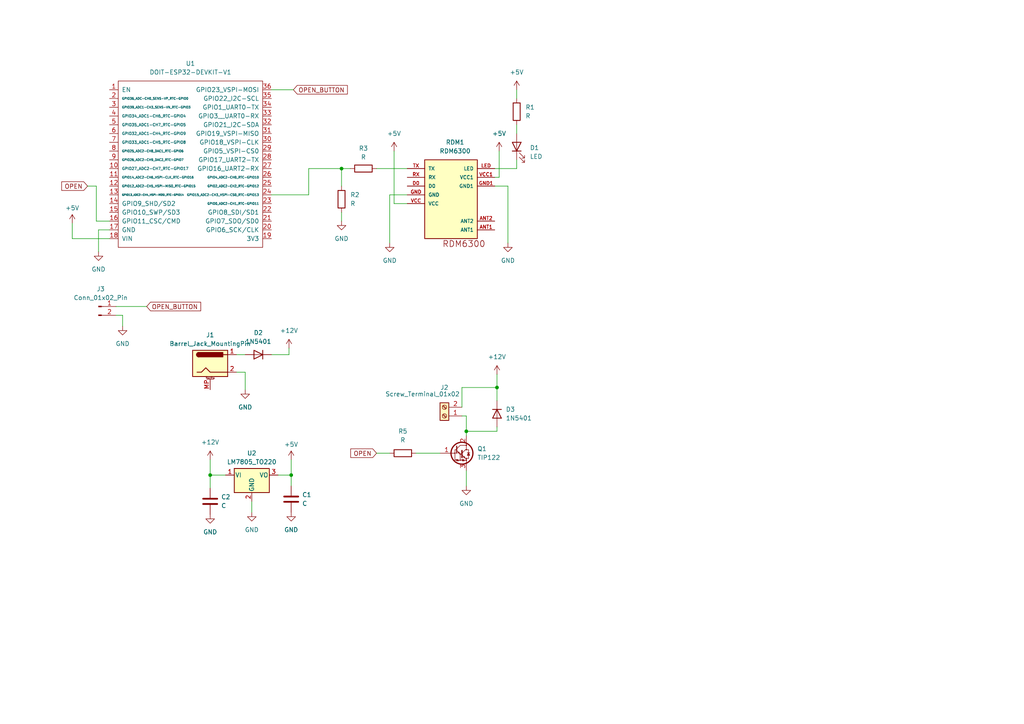
<source format=kicad_sch>
(kicad_sch (version 20230121) (generator eeschema)
  (paper "A4")
  (lib_symbols
    (symbol "Connector:Barrel_Jack_MountingPin" (pin_names hide)
      (property "Reference" "J" (at 0 5.334 0))
      (property "Value" "Barrel_Jack_MountingPin" (at 1.27 -6.35 0))
      (symbol "Barrel_Jack_MountingPin_0_1"
        (rectangle (start -5.08 3.81) (end 5.08 -3.81) (stroke (width 0.254)) (fill (type background)))
        (arc (start -3.302 3.175) (mid -3.9343 2.54) (end -3.302 1.905) (stroke (width 0.254)))
        (arc (start -3.302 3.175) (mid -3.9343 2.54) (end -3.302 1.905) (stroke (width 0.254)) (fill (type outline)))
        (polyline (pts (xy 5.08 2.54) (xy 3.81 2.54)) (stroke (width 0.254)))
        (polyline (pts (xy -3.81 -2.54) (xy -2.54 -2.54) (xy -1.27 -1.27) (xy 0 -2.54) (xy 2.54 -2.54) (xy 5.08 -2.54)) (stroke (width 0.254)))
        (rectangle (start 3.683 3.175) (end -3.302 1.905) (stroke (width 0.254)) (fill (type outline)))
      )
      (symbol "Barrel_Jack_MountingPin_1_1"
        (polyline (pts (xy -1.016 -4.572) (xy 1.016 -4.572)) (stroke (width 0.1524)))
        (text "Mounting" (at 0 -4.191 0) (effects (font (size 0.381 0.381))))
        (pin passive line (at 7.62 2.54 180) (length 2.54) (name "~") (number "1"))
        (pin passive line (at 7.62 -2.54 180) (length 2.54) (name "~") (number "2"))
        (pin passive line (at 0 -7.62 90) (length 3.048) (name "MountPin") (number "MP"))
      )
    )
    (symbol "Connector:Conn_01x02_Pin" (pin_names (offset 1.016) hide)
      (property "Reference" "J" (at 0 2.54 0))
      (property "Value" "Conn_01x02_Pin" (at 0 -5.08 0))
      (symbol "Conn_01x02_Pin_1_1"
        (polyline (pts (xy 1.27 -2.54) (xy 0.8636 -2.54)) (stroke (width 0.1524)))
        (polyline (pts (xy 1.27 0) (xy 0.8636 0)) (stroke (width 0.1524)))
        (rectangle (start 0.8636 -2.413) (end 0 -2.667) (stroke (width 0.1524)) (fill (type outline)))
        (rectangle (start 0.8636 0.127) (end 0 -0.127) (stroke (width 0.1524)) (fill (type outline)))
        (pin passive line (at 5.08 0 180) (length 3.81) (name "Pin_1") (number "1"))
        (pin passive line (at 5.08 -2.54 180) (length 3.81) (name "Pin_2") (number "2"))
      )
    )
    (symbol "Connector:Screw_Terminal_01x02" (pin_names (offset 1.016) hide)
      (property "Reference" "J" (at 0 2.54 0))
      (property "Value" "Screw_Terminal_01x02" (at 0 -5.08 0))
      (symbol "Screw_Terminal_01x02_1_1"
        (rectangle (start -1.27 1.27) (end 1.27 -3.81) (stroke (width 0.254)) (fill (type background)))
        (circle (center 0 -2.54) (radius 0.635) (stroke (width 0.1524)))
        (polyline (pts (xy -0.5334 -2.2098) (xy 0.3302 -3.048)) (stroke (width 0.1524)))
        (polyline (pts (xy -0.5334 0.3302) (xy 0.3302 -0.508)) (stroke (width 0.1524)))
        (polyline (pts (xy -0.3556 -2.032) (xy 0.508 -2.8702)) (stroke (width 0.1524)))
        (polyline (pts (xy -0.3556 0.508) (xy 0.508 -0.3302)) (stroke (width 0.1524)))
        (circle (center 0 0) (radius 0.635) (stroke (width 0.1524)))
        (pin passive line (at -5.08 0 0) (length 3.81) (name "Pin_1") (number "1"))
        (pin passive line (at -5.08 -2.54 0) (length 3.81) (name "Pin_2") (number "2"))
      )
    )
    (symbol "Device:C" (pin_numbers hide) (pin_names (offset 0.254))
      (property "Reference" "C" (at 0.635 2.54 0))
      (property "Value" "C" (at 0.635 -2.54 0))
      (symbol "C_0_1"
        (polyline (pts (xy -2.032 -0.762) (xy 2.032 -0.762)) (stroke (width 0.508)))
        (polyline (pts (xy -2.032 0.762) (xy 2.032 0.762)) (stroke (width 0.508)))
      )
      (symbol "C_1_1"
        (pin passive line (at 0 3.81 270) (length 2.794) (name "~") (number "1"))
        (pin passive line (at 0 -3.81 90) (length 2.794) (name "~") (number "2"))
      )
    )
    (symbol "Device:LED" (pin_numbers hide) (pin_names (offset 1.016) hide)
      (property "Reference" "D" (at 0 2.54 0))
      (property "Value" "LED" (at 0 -2.54 0))
      (symbol "LED_0_1"
        (polyline (pts (xy -1.27 -1.27) (xy -1.27 1.27)) (stroke (width 0.254)))
        (polyline (pts (xy -1.27 0) (xy 1.27 0)))
        (polyline (pts (xy 1.27 -1.27) (xy 1.27 1.27) (xy -1.27 0) (xy 1.27 -1.27)) (stroke (width 0.254)))
        (polyline (pts (xy -3.048 -0.762) (xy -4.572 -2.286) (xy -3.81 -2.286) (xy -4.572 -2.286) (xy -4.572 -1.524)))
        (polyline (pts (xy -1.778 -0.762) (xy -3.302 -2.286) (xy -2.54 -2.286) (xy -3.302 -2.286) (xy -3.302 -1.524)))
      )
      (symbol "LED_1_1"
        (pin passive line (at -3.81 0 0) (length 2.54) (name "K") (number "1"))
        (pin passive line (at 3.81 0 180) (length 2.54) (name "A") (number "2"))
      )
    )
    (symbol "Device:R" (pin_numbers hide) (pin_names (offset 0))
      (property "Reference" "R" (at 2.032 0 90))
      (property "Value" "R" (at 0 0 90))
      (symbol "R_0_1"
        (rectangle (start -1.016 -2.54) (end 1.016 2.54) (stroke (width 0.254)))
      )
      (symbol "R_1_1"
        (pin passive line (at 0 3.81 270) (length 1.27) (name "~") (number "1"))
        (pin passive line (at 0 -3.81 90) (length 1.27) (name "~") (number "2"))
      )
    )
    (symbol "Diode:1N5401" (pin_numbers hide) (pin_names hide)
      (property "Reference" "D" (at 0 2.54 0))
      (property "Value" "1N5401" (at 0 -2.54 0))
      (symbol "1N5401_0_1"
        (polyline (pts (xy -1.27 1.27) (xy -1.27 -1.27)) (stroke (width 0.254)))
        (polyline (pts (xy 1.27 0) (xy -1.27 0)))
        (polyline (pts (xy 1.27 1.27) (xy 1.27 -1.27) (xy -1.27 0) (xy 1.27 1.27)) (stroke (width 0.254)))
      )
      (symbol "1N5401_1_1"
        (pin passive line (at -3.81 0 0) (length 2.54) (name "K") (number "1"))
        (pin passive line (at 3.81 0 180) (length 2.54) (name "A") (number "2"))
      )
    )
    (symbol "Regulator_Linear:LM7805_TO220" (pin_names (offset 0.254))
      (property "Reference" "U" (at -3.81 3.175 0))
      (property "Value" "LM7805_TO220" (at 0 3.175 0))
      (symbol "LM7805_TO220_0_1"
        (rectangle (start -5.08 1.905) (end 5.08 -5.08) (stroke (width 0.254)) (fill (type background)))
      )
      (symbol "LM7805_TO220_1_1"
        (pin power_in line (at -7.62 0 0) (length 2.54) (name "VI") (number "1"))
        (pin power_in line (at 0 -7.62 90) (length 2.54) (name "GND") (number "2"))
        (pin power_out line (at 7.62 0 180) (length 2.54) (name "VO") (number "3"))
      )
    )
    (symbol "Transistor_BJT:TIP122" (pin_names (offset 0) hide)
      (property "Reference" "Q" (at 5.08 1.905 0))
      (property "Value" "TIP122" (at 5.08 0 0))
      (symbol "TIP122_0_1"
        (circle (center -0.762 0) (radius 0.127))
        (polyline (pts (xy -1.27 0) (xy -0.889 0)))
        (polyline (pts (xy 2.54 -2.032) (xy 2.54 -2.54)))
        (polyline (pts (xy 2.54 -1.524) (xy 3.175 -1.524)))
        (polyline (pts (xy 2.794 0.127) (xy 3.556 0.127)))
        (polyline (pts (xy 3.175 -0.635) (xy 3.175 -1.524)))
        (polyline (pts (xy 3.175 1.016) (xy 2.54 1.016)))
        (polyline (pts (xy 3.175 1.016) (xy 3.175 0.127)))
        (polyline (pts (xy -0.254 0.762) (xy 0.762 -0.254) (xy 1.27 -0.254)))
        (polyline (pts (xy -0.254 1.016) (xy -0.762 1.016) (xy -0.762 -2.032)))
        (polyline (pts (xy -0.254 1.27) (xy 0.762 2.286) (xy 2.54 2.286)))
        (polyline (pts (xy -0.254 2.032) (xy -0.254 0) (xy -0.254 0)) (stroke (width 0.3048)))
        (polyline (pts (xy 1.27 0.762) (xy 1.27 -1.27) (xy 1.27 -1.27)) (stroke (width 0.381)))
        (polyline (pts (xy 0.635 -0.127) (xy 0.381 0.381) (xy 0.127 0.127) (xy 0.635 -0.127)))
        (polyline (pts (xy 1.27 -0.508) (xy 2.286 -1.524) (xy 2.54 -1.524) (xy 2.54 -2.032)))
        (polyline (pts (xy 1.27 0) (xy 2.286 1.016) (xy 2.54 1.016) (xy 2.54 2.286)))
        (polyline (pts (xy 2.159 -1.397) (xy 1.905 -0.889) (xy 1.651 -1.143) (xy 2.159 -1.397)))
        (polyline (pts (xy 3.175 0.127) (xy 2.794 -0.635) (xy 3.556 -0.635) (xy 3.175 0.127)) (fill (type outline)))
        (polyline (pts (xy 0.762 -2.032) (xy 0.381 -2.032) (xy 0.254 -2.286) (xy 0.127 -1.778) (xy 0 -2.286) (xy -0.127 -1.778) (xy -0.254 -2.286) (xy -0.381 -1.778) (xy -0.508 -2.032) (xy -0.762 -2.032)))
        (polyline (pts (xy 0.762 -0.254) (xy 0.762 -2.032) (xy 1.143 -2.032) (xy 1.27 -1.778) (xy 1.397 -2.286) (xy 1.524 -1.778) (xy 1.651 -2.286) (xy 1.778 -1.778) (xy 1.905 -2.286) (xy 2.032 -2.032) (xy 2.54 -2.032)))
        (circle (center 0.762 -2.032) (radius 0.127))
        (circle (center 0.762 -0.254) (radius 0.127))
        (circle (center 1.27 0) (radius 3.175) (stroke (width 0.3556)))
        (circle (center 2.54 -2.032) (radius 0.127))
        (circle (center 2.54 -1.524) (radius 0.127))
        (circle (center 2.54 1.016) (radius 0.127))
        (circle (center 2.54 2.286) (radius 0.127))
      )
      (symbol "TIP122_1_1"
        (pin input line (at -5.08 0 0) (length 3.81) (name "B") (number "1"))
        (pin passive line (at 2.54 5.08 270) (length 2.667) (name "C") (number "2"))
        (pin passive line (at 2.54 -5.08 90) (length 2.54) (name "E") (number "3"))
      )
    )
    (symbol "esp32-dev-kit:DOIT-ESP32-DEVKIT-V1" (pin_names (offset 1.016))
      (property "Reference" "U" (at -1.27 11.43 0))
      (property "Value" "DOIT-ESP32-DEVKIT-V1" (at 0 13.97 0))
      (symbol "DOIT-ESP32-DEVKIT-V1_0_1"
        (rectangle (start 20.32 10.16) (end -21.59 -38.1))
      )
      (symbol "DOIT-ESP32-DEVKIT-V1_1_1"
        (pin output line (at -24.13 7.62 0) (length 2.54) (name "EN") (number "1"))
        (pin bidirectional line (at -24.13 -15.24 0) (length 2.54) (name "GPIO27_ADC2-CH7_RTC-GPIO17") (number "10"))
        (pin bidirectional line (at -24.13 -17.78 0) (length 2.54) (name "GPIO14_ADC2-CH6_HSPI-CLK_RTC-GPIO16") (number "11"))
        (pin bidirectional line (at -24.13 -20.32 0) (length 2.54) (name "GPIO12_ADC2-CH5_HSPI-MISO_RTC-GPIO15") (number "12"))
        (pin bidirectional line (at -24.13 -22.86 0) (length 2.54) (name "GPIO13_ADC2-CH4_HSPI-MOSI_RTC-GPIO14") (number "13"))
        (pin unspecified line (at -24.13 -25.4 0) (length 2.54) (name "GPIO9_SHD/SD2") (number "14"))
        (pin unspecified line (at -24.13 -27.94 0) (length 2.54) (name "GPIO10_SWP/SD3") (number "15"))
        (pin unspecified line (at -24.13 -30.48 0) (length 2.54) (name "GPIO11_CSC/CMD") (number "16"))
        (pin bidirectional line (at -24.13 -33.02 0) (length 2.54) (name "GND") (number "17"))
        (pin bidirectional line (at -24.13 -35.56 0) (length 2.54) (name "VIN") (number "18"))
        (pin output line (at 22.86 -35.56 180) (length 2.54) (name "3V3") (number "19"))
        (pin bidirectional line (at -24.13 5.08 0) (length 2.54) (name "GPIO36_ADC-CH0_SENS-VP_RTC-GPIO0") (number "2"))
        (pin unspecified line (at 22.86 -33.02 180) (length 2.54) (name "GPIO6_SCK/CLK") (number "20"))
        (pin unspecified line (at 22.86 -30.48 180) (length 2.54) (name "GPIO7_SDO/SD0") (number "21"))
        (pin unspecified line (at 22.86 -27.94 180) (length 2.54) (name "GPIO8_SDI/SD1") (number "22"))
        (pin bidirectional line (at 22.86 -25.4 180) (length 2.54) (name "GPIO0_ADC2-CH1_RTC-GPIO11") (number "23"))
        (pin bidirectional line (at 22.86 -22.86 180) (length 2.54) (name "GPIO15_ADC2-CH3_HSPI-CS0_RTC-GPIO13") (number "24"))
        (pin bidirectional line (at 22.86 -20.32 180) (length 2.54) (name "GPIO2_ADC2-CH2_RTC-GPIO12") (number "25"))
        (pin bidirectional line (at 22.86 -17.78 180) (length 2.54) (name "GPIO4_ADC2-CH0_RTC-GPIO10") (number "26"))
        (pin bidirectional line (at 22.86 -15.24 180) (length 2.54) (name "GPIO16_UART2-RX") (number "27"))
        (pin bidirectional line (at 22.86 -12.7 180) (length 2.54) (name "GPIO17_UART2-TX") (number "28"))
        (pin bidirectional line (at 22.86 -10.16 180) (length 2.54) (name "GPIO5_VSPI-CS0") (number "29"))
        (pin bidirectional line (at -24.13 2.54 0) (length 2.54) (name "GPIO39_ADC1-CH3_SENS-VN_RTC-GPIO3") (number "3"))
        (pin bidirectional line (at 22.86 -7.62 180) (length 2.54) (name "GPIO18_VSPI-CLK") (number "30"))
        (pin bidirectional line (at 22.86 -5.08 180) (length 2.54) (name "GPIO19_VSPI-MISO") (number "31"))
        (pin bidirectional line (at 22.86 -2.54 180) (length 2.54) (name "GPIO21_I2C-SDA") (number "32"))
        (pin bidirectional line (at 22.86 0 180) (length 2.54) (name "GPIO3__UART0-RX") (number "33"))
        (pin bidirectional line (at 22.86 2.54 180) (length 2.54) (name "GPIO1_UART0-TX") (number "34"))
        (pin bidirectional line (at 22.86 5.08 180) (length 2.54) (name "GPIO22_I2C-SCL") (number "35"))
        (pin bidirectional line (at 22.86 7.62 180) (length 2.54) (name "GPIO23_VSPI-MOSI") (number "36"))
        (pin bidirectional line (at -24.13 0 0) (length 2.54) (name "GPIO34_ADC1-CH6_RTC-GPIO4") (number "4"))
        (pin bidirectional line (at -24.13 -2.54 0) (length 2.54) (name "GPIO35_ADC1-CH7_RTC-GPIO5") (number "5"))
        (pin bidirectional line (at -24.13 -5.08 0) (length 2.54) (name "GPIO32_ADC1-CH4_RTC-GPIO9") (number "6"))
        (pin bidirectional line (at -24.13 -7.62 0) (length 2.54) (name "GPIO33_ADC1-CH5_RTC-GPIO8") (number "7"))
        (pin bidirectional line (at -24.13 -10.16 0) (length 2.54) (name "GPIO25_ADC2-CH8_DAC1_RTC-GPIO6") (number "8"))
        (pin bidirectional line (at -24.13 -12.7 0) (length 2.54) (name "GPIO26_ADC2-CH9_DAC2_RTC-GPIO7") (number "9"))
      )
    )
    (symbol "power:+12V" (power) (pin_names (offset 0))
      (property "Value" "+12V" (at 0 3.556 0))
      (symbol "+12V_0_1"
        (polyline (pts (xy -0.762 1.27) (xy 0 2.54)))
        (polyline (pts (xy 0 0) (xy 0 2.54)))
        (polyline (pts (xy 0 2.54) (xy 0.762 1.27)))
      )
      (symbol "+12V_1_1"
        (pin power_in line (at 0 0 90) (length 0) hide (name "+12V") (number "1"))
      )
    )
    (symbol "power:+5V" (power) (pin_names (offset 0))
      (property "Value" "+5V" (at 0 3.556 0))
      (symbol "+5V_0_1"
        (polyline (pts (xy -0.762 1.27) (xy 0 2.54)))
        (polyline (pts (xy 0 0) (xy 0 2.54)))
        (polyline (pts (xy 0 2.54) (xy 0.762 1.27)))
      )
      (symbol "+5V_1_1"
        (pin power_in line (at 0 0 90) (length 0) hide (name "+5V") (number "1"))
      )
    )
    (symbol "power:GND" (power) (pin_names (offset 0))
      (property "Value" "GND" (at 0 -3.81 0))
      (symbol "GND_0_1"
        (polyline (pts (xy 0 0) (xy 0 -1.27) (xy 1.27 -1.27) (xy 0 -2.54) (xy -1.27 -1.27) (xy 0 -1.27)))
      )
      (symbol "GND_1_1"
        (pin power_in line (at 0 0 270) (length 0) hide (name "GND") (number "1"))
      )
    )
    (symbol "rdm:RDM6300" (pin_names (offset 1.016))
      (property "Reference" "RDM6300" (at 0 0 0))
      (property "Value" "RDM6300" (at 0 0 0))
      (symbol "RDM6300_0_0"
        (rectangle (start -7.62 -10.16) (end 7.62 12.7) (stroke (width 0.254)) (fill (type background)))
        (text "RDM6300" (at -2.54 -12.7 0) (effects (font (size 1.778 1.778)) (justify left bottom)))
        (pin bidirectional line (at 12.7 -7.62 180) (length 5.08) (name "ANT1") (number "ANT1"))
        (pin bidirectional line (at 12.7 -5.08 180) (length 5.08) (name "ANT2") (number "ANT2"))
        (pin bidirectional line (at -12.7 5.08 0) (length 5.08) (name "D0") (number "D0"))
        (pin bidirectional line (at -12.7 2.54 0) (length 5.08) (name "GND") (number "GND"))
        (pin bidirectional line (at 12.7 5.08 180) (length 5.08) (name "GND1") (number "GND1"))
        (pin bidirectional line (at 12.7 10.16 180) (length 5.08) (name "LED") (number "LED"))
        (pin bidirectional line (at -12.7 7.62 0) (length 5.08) (name "RX") (number "RX"))
        (pin bidirectional line (at -12.7 10.16 0) (length 5.08) (name "TX") (number "TX"))
        (pin bidirectional line (at -12.7 0 0) (length 5.08) (name "VCC") (number "VCC"))
        (pin bidirectional line (at 12.7 7.62 180) (length 5.08) (name "VCC1") (number "VCC1"))
      )
    )
  )
  (junction (at 60.96 137.795))
  (junction (at 84.455 137.795))
  (junction (at 135.255 125.095))
  (junction (at 144.145 112.395))
  (junction (at 99.06 48.895))
  (wire (pts (xy 118.11 59.055) (xy 114.3 59.055)))
  (wire (pts (xy 135.255 126.365) (xy 135.255 125.095)))
  (wire (pts (xy 118.11 56.515) (xy 113.03 56.515)))
  (wire (pts (xy 144.78 51.435) (xy 144.78 43.815)))
  (wire (pts (xy 83.82 102.87) (xy 83.82 100.965)))
  (wire (pts (xy 120.65 131.445) (xy 127.635 131.445)))
  (wire (pts (xy 135.255 136.525) (xy 135.255 140.97)))
  (wire (pts (xy 89.535 56.515) (xy 78.74 56.515)))
  (wire (pts (xy 33.655 88.9) (xy 42.545 88.9)))
  (wire (pts (xy 20.955 69.215) (xy 31.75 69.215)))
  (wire (pts (xy 60.96 133.35) (xy 60.96 137.795)))
  (wire (pts (xy 149.86 36.195) (xy 149.86 38.735)))
  (wire (pts (xy 35.56 91.44) (xy 35.56 94.615)))
  (wire (pts (xy 147.32 53.975) (xy 147.32 70.485)))
  (wire (pts (xy 143.51 51.435) (xy 144.78 51.435)))
  (wire (pts (xy 33.655 91.44) (xy 35.56 91.44)))
  (wire (pts (xy 133.985 120.65) (xy 135.255 120.65)))
  (wire (pts (xy 80.645 137.795) (xy 84.455 137.795)))
  (wire (pts (xy 27.94 64.135) (xy 27.94 53.975)))
  (wire (pts (xy 109.22 131.445) (xy 113.03 131.445)))
  (wire (pts (xy 84.455 133.35) (xy 84.455 137.795)))
  (wire (pts (xy 135.255 125.095) (xy 144.145 125.095)))
  (wire (pts (xy 27.94 53.975) (xy 25.4 53.975)))
  (wire (pts (xy 144.145 125.095) (xy 144.145 123.825)))
  (wire (pts (xy 109.22 48.895) (xy 118.11 48.895)))
  (wire (pts (xy 99.06 48.895) (xy 89.535 48.895)))
  (wire (pts (xy 31.75 66.675) (xy 28.575 66.675)))
  (wire (pts (xy 144.145 112.395) (xy 144.145 108.585)))
  (wire (pts (xy 78.74 26.035) (xy 85.09 26.035)))
  (wire (pts (xy 71.12 107.95) (xy 71.12 113.03)))
  (wire (pts (xy 20.955 64.77) (xy 20.955 69.215)))
  (wire (pts (xy 60.96 141.605) (xy 60.96 137.795)))
  (wire (pts (xy 113.03 56.515) (xy 113.03 70.485)))
  (wire (pts (xy 68.58 102.87) (xy 71.12 102.87)))
  (wire (pts (xy 60.96 137.795) (xy 65.405 137.795)))
  (wire (pts (xy 149.86 26.035) (xy 149.86 28.575)))
  (wire (pts (xy 133.985 112.395) (xy 144.145 112.395)))
  (wire (pts (xy 78.74 102.87) (xy 83.82 102.87)))
  (wire (pts (xy 114.3 59.055) (xy 114.3 43.815)))
  (wire (pts (xy 31.75 64.135) (xy 27.94 64.135)))
  (wire (pts (xy 143.51 53.975) (xy 147.32 53.975)))
  (wire (pts (xy 133.985 118.11) (xy 133.985 112.395)))
  (wire (pts (xy 99.06 48.895) (xy 99.06 53.975)))
  (wire (pts (xy 149.86 48.895) (xy 149.86 46.355)))
  (wire (pts (xy 99.06 61.595) (xy 99.06 64.135)))
  (wire (pts (xy 99.06 48.895) (xy 101.6 48.895)))
  (wire (pts (xy 135.255 125.095) (xy 135.255 120.65)))
  (wire (pts (xy 143.51 48.895) (xy 149.86 48.895)))
  (wire (pts (xy 73.025 145.415) (xy 73.025 148.59)))
  (wire (pts (xy 144.145 112.395) (xy 144.145 116.205)))
  (wire (pts (xy 28.575 66.675) (xy 28.575 73.025)))
  (wire (pts (xy 89.535 48.895) (xy 89.535 56.515)))
  (wire (pts (xy 84.455 137.795) (xy 84.455 140.97)))
  (wire (pts (xy 68.58 107.95) (xy 71.12 107.95)))
  (global_label "OPEN" (shape input) (at 25.4 53.975 180) (property "Intersheetrefs" "${INTERSHEET_REFS}" (effects hide)))
  (global_label "OPEN_BUTTON" (shape input) (at 42.545 88.9 0) (property "Intersheetrefs" "${INTERSHEET_REFS}" (effects hide)))
  (global_label "OPEN_BUTTON" (shape input) (at 85.09 26.035 0) (property "Intersheetrefs" "${INTERSHEET_REFS}" (effects hide)))
  (global_label "OPEN" (shape input) (at 109.22 131.445 180) (property "Intersheetrefs" "${INTERSHEET_REFS}" (effects hide)))
  (symbol (lib_id "power:GND") (at 135.255 140.97 0) (unit 1)
    (property "Reference" "#PWR011" (effects hide))
    (property "Value" "GND" (at 135.255 146.05 0))
  )
  (symbol (lib_id "Device:R") (at 105.41 48.895 90) (unit 1)
    (property "Reference" "R3" (at 105.41 43.0314 90))
    (property "Value" "R" (at 105.41 45.5714 90))
    (property "Footprint" "Resistor_SMD:R_0805_2012Metric_Pad1.20x1.40mm_HandSolder" (effects hide))
  )
  (symbol (lib_id "power:+12V") (at 60.96 133.35 0) (unit 1)
    (property "Reference" "#PWR017" (effects hide))
    (property "Value" "+12V" (at 60.96 128.27 0))
  )
  (symbol (lib_id "Regulator_Linear:LM7805_TO220") (at 73.025 137.795 0) (unit 1)
    (property "Reference" "U2" (at 73.025 131.445 0))
    (property "Value" "LM7805_TO220" (at 73.025 133.985 0))
    (property "Footprint" "Package_TO_SOT_THT:TO-220-3_Horizontal_TabDown" (effects hide))
    (property "Datasheet" "https://www.onsemi.cn/PowerSolutions/document/MC7800-D.PDF" (effects hide))
  )
  (symbol (lib_id "power:GND") (at 73.025 148.59 0) (unit 1)
    (property "Reference" "#PWR013" (effects hide))
    (property "Value" "GND" (at 73.025 153.67 0))
  )
  (symbol (lib_id "Device:R") (at 116.84 131.445 90) (unit 1)
    (property "Reference" "R5" (at 116.84 125.095 90))
    (property "Value" "R" (at 116.84 127.635 90))
    (property "Footprint" "Resistor_SMD:R_0805_2012Metric_Pad1.20x1.40mm_HandSolder" (effects hide))
  )
  (symbol (lib_id "power:GND") (at 60.96 149.225 0) (unit 1)
    (property "Reference" "#PWR016" (effects hide))
    (property "Value" "GND" (at 60.96 154.305 0))
  )
  (symbol (lib_id "power:GND") (at 113.03 70.485 0) (unit 1)
    (property "Reference" "#PWR01" (effects hide))
    (property "Value" "GND" (at 113.03 75.565 0))
  )
  (symbol (lib_id "Transistor_BJT:TIP122") (at 132.715 131.445 0) (unit 1)
    (property "Reference" "Q1" (at 138.43 130.175 0) (effects (justify left)))
    (property "Value" "TIP122" (at 138.43 132.715 0) (effects (justify left)))
    (property "Footprint" "Package_TO_SOT_THT:TO-220-3_Horizontal_TabDown" (effects hide))
    (property "Datasheet" "https://www.onsemi.com/pub/Collateral/TIP120-D.PDF" (effects hide))
  )
  (symbol (lib_id "Connector:Conn_01x02_Pin") (at 28.575 88.9 0) (unit 1)
    (property "Reference" "J3" (at 29.21 83.82 0))
    (property "Value" "Conn_01x02_Pin" (at 29.21 86.36 0))
    (property "Footprint" "Connector_PinHeader_2.54mm:PinHeader_1x02_P2.54mm_Vertical" (effects hide))
  )
  (symbol (lib_id "Device:LED") (at 149.86 42.545 90) (unit 1)
    (property "Reference" "D1" (at 153.67 42.8625 90) (effects (justify right)))
    (property "Value" "LED" (at 153.67 45.4025 90) (effects (justify right)))
    (property "Footprint" "LED_THT:LED_D3.0mm" (effects hide))
  )
  (symbol (lib_id "power:+5V") (at 114.3 43.815 0) (unit 1)
    (property "Reference" "#PWR03" (effects hide))
    (property "Value" "+5V" (at 114.3 38.735 0))
  )
  (symbol (lib_id "Device:C") (at 84.455 144.78 0) (unit 1)
    (property "Reference" "C1" (at 87.63 143.51 0) (effects (justify left)))
    (property "Value" "C" (at 87.63 146.05 0) (effects (justify left)))
    (property "Footprint" "Capacitor_SMD:C_0805_2012Metric_Pad1.18x1.45mm_HandSolder" (effects hide))
  )
  (symbol (lib_id "Device:C") (at 60.96 145.415 0) (unit 1)
    (property "Reference" "C2" (at 64.135 144.145 0) (effects (justify left)))
    (property "Value" "C" (at 64.135 146.685 0) (effects (justify left)))
    (property "Footprint" "Capacitor_SMD:C_0805_2012Metric_Pad1.18x1.45mm_HandSolder" (effects hide))
  )
  (symbol (lib_id "power:+5V") (at 20.955 64.77 0) (unit 1)
    (property "Reference" "#PWR09" (effects hide))
    (property "Value" "+5V" (at 20.955 60.325 0))
  )
  (symbol (lib_id "Device:R") (at 149.86 32.385 0) (unit 1)
    (property "Reference" "R1" (at 152.4 31.115 0) (effects (justify left)))
    (property "Value" "R" (at 152.4 33.655 0) (effects (justify left)))
    (property "Footprint" "Resistor_SMD:R_0805_2012Metric_Pad1.20x1.40mm_HandSolder" (effects hide))
  )
  (symbol (lib_id "power:GND") (at 84.455 148.59 0) (unit 1)
    (property "Reference" "#PWR015" (effects hide))
    (property "Value" "GND" (at 84.455 153.67 0))
  )
  (symbol (lib_id "power:GND") (at 99.06 64.135 0) (unit 1)
    (property "Reference" "#PWR06" (effects hide))
    (property "Value" "GND" (at 99.06 69.215 0))
  )
  (symbol (lib_id "Diode:1N5401") (at 144.145 120.015 270) (unit 1)
    (property "Reference" "D3" (at 146.685 118.745 90) (effects (justify left)))
    (property "Value" "1N5401" (at 146.685 121.285 90) (effects (justify left)))
    (property "Footprint" "Diode_THT:D_DO-201AD_P15.24mm_Horizontal" (effects hide))
    (property "Datasheet" "http://www.vishay.com/docs/88516/1n5400.pdf" (effects hide))
    (property "Sim.Device" "D" (effects hide))
    (property "Sim.Pins" "1=K 2=A" (effects hide))
  )
  (symbol (lib_id "Device:R") (at 99.06 57.785 0) (unit 1)
    (property "Reference" "R2" (at 101.6 56.515 0) (effects (justify left)))
    (property "Value" "R" (at 101.6 59.055 0) (effects (justify left)))
    (property "Footprint" "Resistor_SMD:R_0805_2012Metric_Pad1.20x1.40mm_HandSolder" (effects hide))
  )
  (symbol (lib_id "Connector:Screw_Terminal_01x02") (at 128.905 120.65 180) (unit 1)
    (property "Reference" "J2" (at 128.905 112.395 0))
    (property "Value" "Screw_Terminal_01x02" (at 122.555 114.3 0))
    (property "Footprint" "TerminalBlock_Phoenix:TerminalBlock_Phoenix_MKDS-1,5-2-5.08_1x02_P5.08mm_Horizontal" (effects hide))
  )
  (symbol (lib_id "power:+12V") (at 83.82 100.965 0) (unit 1)
    (property "Reference" "#PWR08" (effects hide))
    (property "Value" "+12V" (at 83.82 95.885 0))
  )
  (symbol (lib_id "power:+5V") (at 84.455 133.35 0) (unit 1)
    (property "Reference" "#PWR014" (effects hide))
    (property "Value" "+5V" (at 84.455 128.905 0))
  )
  (symbol (lib_id "power:+5V") (at 149.86 26.035 0) (unit 1)
    (property "Reference" "#PWR04" (effects hide))
    (property "Value" "+5V" (at 149.86 20.955 0))
  )
  (symbol (lib_id "power:+5V") (at 144.78 43.815 0) (unit 1)
    (property "Reference" "#PWR05" (effects hide))
    (property "Value" "+5V" (at 144.78 38.735 0))
  )
  (symbol (lib_id "esp32-dev-kit:DOIT-ESP32-DEVKIT-V1") (at 55.88 33.655 0) (unit 1)
    (property "Reference" "U1" (at 55.245 18.415 0))
    (property "Value" "DOIT-ESP32-DEVKIT-V1" (at 55.245 20.955 0))
    (property "Footprint" "esp32-devkit:ESP32-DOIT-DEVKIT" (effects hide))
  )
  (symbol (lib_id "power:GND") (at 147.32 70.485 0) (unit 1)
    (property "Reference" "#PWR02" (effects hide))
    (property "Value" "GND" (at 147.32 75.565 0))
  )
  (symbol (lib_id "rdm:RDM6300") (at 130.81 59.055 0) (unit 1)
    (property "Reference" "RDM1" (at 132.0028 41.275 0))
    (property "Value" "RDM6300" (at 132.0028 43.815 0))
    (property "Footprint" "rdm:RDM6300" (effects hide))
    (property "MF" "ITEAD" (effects hide))
    (property "Description" "\nRDM6300 125KHz cardreader mini-module is designed for reading code from 125KHz card compatible read-only tags and read/write card.\n" (effects hide))
    (property "Package" "Package" (effects hide))
    (property "Price" "None" (effects hide))
    (property "SnapEDA_Link" "https://www.snapeda.com/parts/RDM6300/ITEAD/view-part/?ref=snap" (effects hide))
    (property "MP" "RDM6300" (effects hide))
    (property "Availability" "Not in stock" (effects hide))
    (property "Check_prices" "https://www.snapeda.com/parts/RDM6300/ITEAD/view-part/?ref=eda" (effects hide))
  )
  (symbol (lib_id "Connector:Barrel_Jack_MountingPin") (at 60.96 105.41 0) (unit 1)
    (property "Reference" "J1" (at 60.96 97.155 0))
    (property "Value" "Barrel_Jack_MountingPin" (at 60.96 99.695 0))
    (property "Footprint" "Connector_BarrelJack:BarrelJack_Horizontal" (effects hide))
  )
  (symbol (lib_id "power:GND") (at 35.56 94.615 0) (unit 1)
    (property "Reference" "#PWR018" (effects hide))
    (property "Value" "GND" (at 35.56 99.695 0))
  )
  (symbol (lib_id "Diode:1N5401") (at 74.93 102.87 180) (unit 1)
    (property "Reference" "D2" (at 74.93 96.52 0))
    (property "Value" "1N5401" (at 74.93 99.06 0))
    (property "Footprint" "Diode_THT:D_DO-201AD_P15.24mm_Horizontal" (effects hide))
    (property "Datasheet" "http://www.vishay.com/docs/88516/1n5400.pdf" (effects hide))
    (property "Sim.Device" "D" (effects hide))
    (property "Sim.Pins" "1=K 2=A" (effects hide))
  )
  (symbol (lib_id "power:+12V") (at 144.145 108.585 0) (unit 1)
    (property "Reference" "#PWR012" (effects hide))
    (property "Value" "+12V" (at 144.145 103.505 0))
  )
  (symbol (lib_id "power:GND") (at 71.12 113.03 0) (unit 1)
    (property "Reference" "#PWR07" (effects hide))
    (property "Value" "GND" (at 71.12 118.11 0))
  )
  (symbol (lib_id "power:GND") (at 28.575 73.025 0) (unit 1)
    (property "Reference" "#PWR010" (effects hide))
    (property "Value" "GND" (at 28.575 78.105 0))
  )
)
</source>
